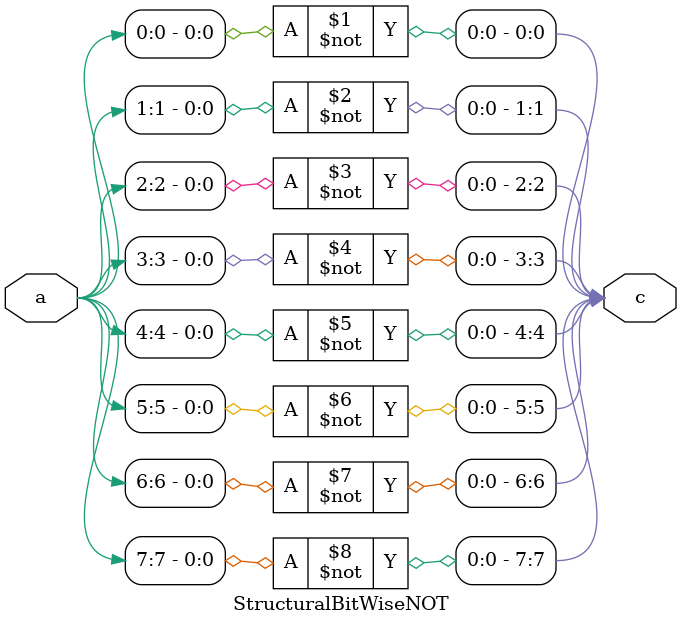
<source format=sv>
`default_nettype none
module StructuralBitWiseNOT
#(  //----------------------------------//-------------------------------------
    // Parameter(s)                     // Description(s)
    //----------------------------------//-------------------------------------
    parameter integer N = 8             // The width in bits of the operand and result.
)  (//----------------------------------//-------------------------------------
    // Input(s)                         // Description(s)
    //----------------------------------//-------------------------------------
    input  wire [N-1:0] a,              // Operand A
    //----------------------------------//-------------------------------------
    // Output(s)                        // Description(s)
    //----------------------------------//-------------------------------------
    output reg  [N-1:0] c               // Result C
);

    //-------------------------------------------------------------------------
    // Module instance(s)
    //-------------------------------------------------------------------------
    genvar i;
    generate
        for ( i = 0; i < N; i = i + 1 ) begin : GENERATE_LOOP
            not not_i ( c[i], a[i] );
        end : GENERATE_LOOP
    endgenerate

endmodule : StructuralBitWiseNOT
`default_nettype wire

</source>
